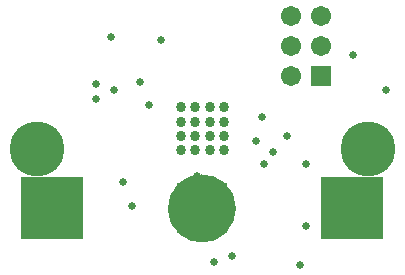
<source format=gbr>
%TF.GenerationSoftware,Altium Limited,Altium Designer,18.0.11 (651)*%
G04 Layer_Color=16711935*
%FSLAX43Y43*%
%MOMM*%
%TF.FileFunction,Soldermask,Bot*%
%TF.Part,Single*%
G01*
G75*
%TA.AperFunction,NonConductor*%
%ADD45C,3.000*%
%TA.AperFunction,SMDPad,CuDef*%
%ADD46R,4.267X4.267*%
%ADD47R,5.283X5.283*%
%TA.AperFunction,ComponentPad*%
%ADD48C,4.648*%
%ADD49R,1.703X1.703*%
%ADD50C,1.703*%
%TA.AperFunction,ViaPad*%
%ADD51C,0.653*%
%ADD52C,0.863*%
D45*
X1354Y-5000D02*
G03*
X1354Y-5000I-1404J0D01*
G01*
D46*
X-50D02*
D03*
D47*
X-12750D02*
D03*
X12650D02*
D03*
D48*
X14000Y0D02*
D03*
X-14000D02*
D03*
D49*
X10000Y6210D02*
D03*
D50*
X10000Y8750D02*
D03*
Y11290D02*
D03*
X7460Y6210D02*
D03*
X7460Y8750D02*
D03*
X7460Y11290D02*
D03*
D51*
X-500Y-2250D02*
D03*
X-5250Y5750D02*
D03*
X-6750Y-2750D02*
D03*
X-6000Y-4750D02*
D03*
X8250Y-9750D02*
D03*
X-7750Y9500D02*
D03*
X-3500Y9250D02*
D03*
X5250Y-1250D02*
D03*
X8750D02*
D03*
X6000Y-250D02*
D03*
X4500Y750D02*
D03*
X8750Y-6500D02*
D03*
X15500Y5000D02*
D03*
X-7500D02*
D03*
X12750Y8000D02*
D03*
X-9000Y5500D02*
D03*
X5000Y2750D02*
D03*
X7151Y1151D02*
D03*
X2500Y-9000D02*
D03*
X1000Y-9500D02*
D03*
X-9000Y4250D02*
D03*
X-4500Y3750D02*
D03*
X-12500Y-4250D02*
D03*
Y-5250D02*
D03*
D52*
X1800Y3550D02*
D03*
Y2350D02*
D03*
Y1150D02*
D03*
Y-50D02*
D03*
X600Y3550D02*
D03*
Y2350D02*
D03*
Y1150D02*
D03*
Y-50D02*
D03*
X-600Y3550D02*
D03*
Y2350D02*
D03*
Y1150D02*
D03*
Y-50D02*
D03*
X-1800Y3550D02*
D03*
Y2350D02*
D03*
Y1150D02*
D03*
Y-50D02*
D03*
%TF.MD5,6741e3b2a0b3103fb82b3d62c31303cf*%
M02*

</source>
